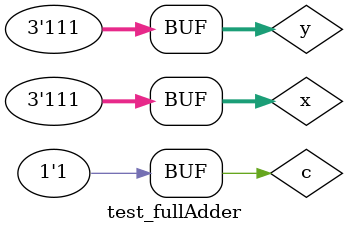
<source format=v>

module fullAdder (output s1, output s0, input  a, input  b, input c);
	wire xorAB, and1, and2, and3;
	
	xor XOR1 (xorAB, a, b);
	and AND1 (and1, b, c);
	and AND2 (and2, a, c);
	and AND3 (and3, a, b);
	xor XOR2 (s0, xorAB, c);
	or  OR1  (s1, and1, and2, and3);
endmodule // fullAdder

module test_fullAdder;
// ------------------------- definir dados
   reg [2:0]x;
	reg [2:0]y;
	reg c;
	wire [2:0]soma;
	wire cout1, cout2, overflow;
	
	fullAdder modulo1 (cout1, soma[0], x[0], y[0], c);
	fullAdder modulo2 (cout2, soma[1], x[1], y[1], cout1);
	fullAdder modulo3 (overflow, soma[2], x[2], y[2], cout2);
	
	initial begin: start
		x = 3'b000; 
		y = 3'b000;
		c = 0;
	end
	
// ------------------------- parte principal
   initial begin
      $display("Exemplo0021 - Oswaldo Oliveira Paulino - 382175");
      $display("Test ALU's full adder");
      $monitor("%3b + %3b + %b = %b  %3b",x,y,c,overflow,soma); 
		#1 x = 3'b001; y = 3'b001; c = 0;  
		#1 x = 3'b010; y = 3'b010; c = 0;
		#1 x = 3'b011; y = 3'b011; c = 0;
		#1 x = 3'b100; y = 3'b100; c = 0;
		#1 x = 3'b101; y = 3'b101; c = 0;
		#1 x = 3'b110; y = 3'b110; c = 0;
		#1 x = 3'b111; y = 3'b111; c = 0;
		#1 x = 3'b111; y = 3'b111; c = 1;
   end
endmodule // test_fullAdder

/*
    Exemplo0021 - Oswaldo Oliveira Paulino - 382175
    Test ALU's full adder
    000 + 000 + 0 = 0  000
    001 + 001 + 0 = 0  010
    010 + 010 + 0 = 0  100
    011 + 011 + 0 = 0  110
    100 + 100 + 0 = 1  000
    101 + 101 + 0 = 1  010
    110 + 110 + 0 = 1  100
    111 + 111 + 0 = 1  110
    111 + 111 + 1 = 1  111
*/
</source>
